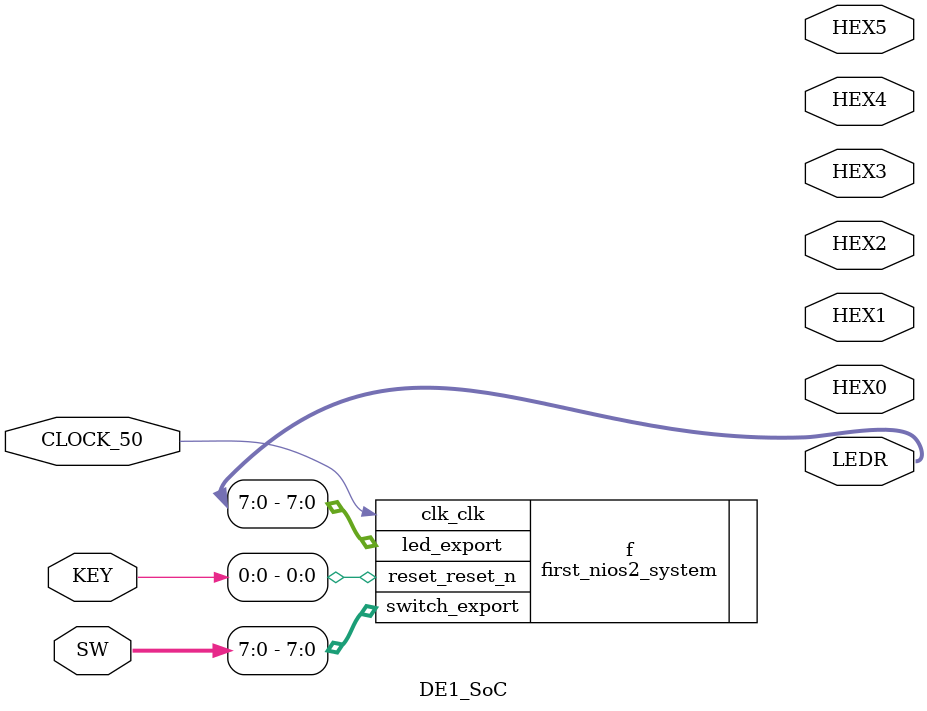
<source format=sv>
module DE1_SoC (CLOCK_50, HEX0, HEX1, HEX2, HEX3, HEX4, HEX5, KEY, LEDR, SW);
 output logic [6:0] HEX0, HEX1, HEX2, HEX3, HEX4, HEX5;
 output logic [9:0] LEDR;
 input logic CLOCK_50;
 input logic [3:0] KEY;
 input logic [9:0] SW;
	
	first_nios2_system f (.clk_clk(CLOCK_50), .led_export(LEDR[7:0]), .reset_reset_n(KEY[0]), .switch_export(SW[7:0]));

endmodule 
</source>
